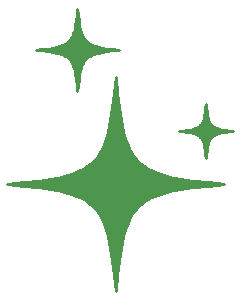
<source format=gbo>
%TF.GenerationSoftware,KiCad,Pcbnew,(5.1.9-0-10_14)*%
%TF.CreationDate,2021-01-25T23:13:15-08:00*%
%TF.ProjectId,flight-computer-2,666c6967-6874-42d6-936f-6d7075746572,rev?*%
%TF.SameCoordinates,PX57bcf00PY58b1140*%
%TF.FileFunction,Legend,Bot*%
%TF.FilePolarity,Positive*%
%FSLAX46Y46*%
G04 Gerber Fmt 4.6, Leading zero omitted, Abs format (unit mm)*
G04 Created by KiCad (PCBNEW (5.1.9-0-10_14)) date 2021-01-25 23:13:15*
%MOMM*%
%LPD*%
G01*
G04 APERTURE LIST*
%ADD10C,0.264583*%
G04 APERTURE END LIST*
D10*
G36*
X21750000Y30700000D02*
G01*
X21697987Y31224971D01*
X21643072Y31689679D01*
X21581119Y32098226D01*
X21507993Y32454709D01*
X21465948Y32614708D01*
X21419558Y32763229D01*
X21368307Y32900785D01*
X21311678Y33027886D01*
X21249153Y33145048D01*
X21180217Y33252780D01*
X21104351Y33351597D01*
X21021040Y33442010D01*
X20929765Y33524532D01*
X20830010Y33599676D01*
X20721258Y33667954D01*
X20602992Y33729878D01*
X20474696Y33785961D01*
X20335851Y33836715D01*
X20185941Y33882653D01*
X20024449Y33924288D01*
X19664653Y33996695D01*
X19252325Y34058038D01*
X18783329Y34112415D01*
X18253531Y34163926D01*
X18783329Y34214752D01*
X19252325Y34268650D01*
X19664653Y34329702D01*
X20024449Y34401989D01*
X20185941Y34443622D01*
X20335851Y34489595D01*
X20474696Y34540418D01*
X20602992Y34596602D01*
X20721258Y34658656D01*
X20830010Y34727092D01*
X20929765Y34802418D01*
X21021040Y34885147D01*
X21104351Y34975787D01*
X21180217Y35074850D01*
X21249153Y35182845D01*
X21311678Y35300283D01*
X21368307Y35427673D01*
X21419558Y35565528D01*
X21465948Y35714356D01*
X21507993Y35874668D01*
X21581119Y36231784D01*
X21643072Y36640961D01*
X21697987Y37106278D01*
X21750000Y37631820D01*
X21801176Y37106235D01*
X21855364Y36640886D01*
X21916697Y36231687D01*
X21989312Y35874557D01*
X22031141Y35714242D01*
X22077340Y35565412D01*
X22128427Y35427557D01*
X22184918Y35300168D01*
X22247329Y35182732D01*
X22316178Y35074741D01*
X22391981Y34975683D01*
X22475256Y34885049D01*
X22566518Y34802327D01*
X22666285Y34727007D01*
X22775074Y34658579D01*
X22893400Y34596533D01*
X23021782Y34540357D01*
X23160736Y34489542D01*
X23310778Y34443578D01*
X23472425Y34401952D01*
X23832603Y34329679D01*
X24245404Y34268639D01*
X24714962Y34214750D01*
X25245411Y34163926D01*
X24714962Y34112415D01*
X24245404Y34058038D01*
X23832603Y33996695D01*
X23472425Y33924288D01*
X23310778Y33882653D01*
X23160736Y33836715D01*
X23021782Y33785961D01*
X22893400Y33729878D01*
X22775074Y33667954D01*
X22666285Y33599676D01*
X22566518Y33524532D01*
X22475256Y33442010D01*
X22391981Y33351597D01*
X22316178Y33252780D01*
X22247329Y33145048D01*
X22184918Y33027886D01*
X22128427Y32900785D01*
X22077340Y32763229D01*
X22031141Y32614708D01*
X21989312Y32454709D01*
X21916697Y32098226D01*
X21855364Y31689679D01*
X21801176Y31224971D01*
X21750000Y30700000D01*
G37*
X21750000Y30700000D02*
X21697987Y31224971D01*
X21643072Y31689679D01*
X21581119Y32098226D01*
X21507993Y32454709D01*
X21465948Y32614708D01*
X21419558Y32763229D01*
X21368307Y32900785D01*
X21311678Y33027886D01*
X21249153Y33145048D01*
X21180217Y33252780D01*
X21104351Y33351597D01*
X21021040Y33442010D01*
X20929765Y33524532D01*
X20830010Y33599676D01*
X20721258Y33667954D01*
X20602992Y33729878D01*
X20474696Y33785961D01*
X20335851Y33836715D01*
X20185941Y33882653D01*
X20024449Y33924288D01*
X19664653Y33996695D01*
X19252325Y34058038D01*
X18783329Y34112415D01*
X18253531Y34163926D01*
X18783329Y34214752D01*
X19252325Y34268650D01*
X19664653Y34329702D01*
X20024449Y34401989D01*
X20185941Y34443622D01*
X20335851Y34489595D01*
X20474696Y34540418D01*
X20602992Y34596602D01*
X20721258Y34658656D01*
X20830010Y34727092D01*
X20929765Y34802418D01*
X21021040Y34885147D01*
X21104351Y34975787D01*
X21180217Y35074850D01*
X21249153Y35182845D01*
X21311678Y35300283D01*
X21368307Y35427673D01*
X21419558Y35565528D01*
X21465948Y35714356D01*
X21507993Y35874668D01*
X21581119Y36231784D01*
X21643072Y36640961D01*
X21697987Y37106278D01*
X21750000Y37631820D01*
X21801176Y37106235D01*
X21855364Y36640886D01*
X21916697Y36231687D01*
X21989312Y35874557D01*
X22031141Y35714242D01*
X22077340Y35565412D01*
X22128427Y35427557D01*
X22184918Y35300168D01*
X22247329Y35182732D01*
X22316178Y35074741D01*
X22391981Y34975683D01*
X22475256Y34885049D01*
X22566518Y34802327D01*
X22666285Y34727007D01*
X22775074Y34658579D01*
X22893400Y34596533D01*
X23021782Y34540357D01*
X23160736Y34489542D01*
X23310778Y34443578D01*
X23472425Y34401952D01*
X23832603Y34329679D01*
X24245404Y34268639D01*
X24714962Y34214750D01*
X25245411Y34163926D01*
X24714962Y34112415D01*
X24245404Y34058038D01*
X23832603Y33996695D01*
X23472425Y33924288D01*
X23310778Y33882653D01*
X23160736Y33836715D01*
X23021782Y33785961D01*
X22893400Y33729878D01*
X22775074Y33667954D01*
X22666285Y33599676D01*
X22566518Y33524532D01*
X22475256Y33442010D01*
X22391981Y33351597D01*
X22316178Y33252780D01*
X22247329Y33145048D01*
X22184918Y33027886D01*
X22128427Y32900785D01*
X22077340Y32763229D01*
X22031141Y32614708D01*
X21989312Y32454709D01*
X21916697Y32098226D01*
X21855364Y31689679D01*
X21801176Y31224971D01*
X21750000Y30700000D01*
G36*
X32620142Y29541391D02*
G01*
X32654021Y29200277D01*
X32689782Y28898358D01*
X32730115Y28632959D01*
X32777709Y28401404D01*
X32805070Y28297482D01*
X32835253Y28201017D01*
X32868597Y28111676D01*
X32905436Y28029124D01*
X32946107Y27953026D01*
X32990946Y27883049D01*
X33040290Y27818857D01*
X33094474Y27760116D01*
X33153834Y27706491D01*
X33218707Y27657650D01*
X33289428Y27613256D01*
X33366334Y27572975D01*
X33449761Y27536474D01*
X33540045Y27503417D01*
X33637523Y27473470D01*
X33742529Y27446299D01*
X33976475Y27398947D01*
X34244571Y27358685D01*
X34549507Y27322837D01*
X34893971Y27288728D01*
X34549550Y27255463D01*
X34244647Y27220365D01*
X33976573Y27180762D01*
X33742641Y27133984D01*
X33637638Y27107069D01*
X33540163Y27077360D01*
X33449879Y27044521D01*
X33366451Y27008219D01*
X33289542Y26968120D01*
X33218817Y26923891D01*
X33153939Y26875197D01*
X33094573Y26821705D01*
X33040383Y26763080D01*
X32991032Y26698989D01*
X32946185Y26629099D01*
X32905506Y26553074D01*
X32868658Y26470582D01*
X32835307Y26381289D01*
X32805115Y26284860D01*
X32777747Y26180962D01*
X32730138Y25949423D01*
X32689793Y25684002D01*
X32654024Y25382026D01*
X32620142Y25040827D01*
X32586537Y25382026D01*
X32551003Y25684002D01*
X32510855Y25949423D01*
X32463409Y26180962D01*
X32436110Y26284860D01*
X32405979Y26381289D01*
X32372680Y26470582D01*
X32335879Y26553074D01*
X32295240Y26629099D01*
X32250426Y26698989D01*
X32201103Y26763080D01*
X32146934Y26821704D01*
X32087584Y26875197D01*
X32022717Y26923891D01*
X31951998Y26968120D01*
X31875091Y27008219D01*
X31791661Y27044521D01*
X31701371Y27077359D01*
X31603886Y27107069D01*
X31498871Y27133983D01*
X31264906Y27180761D01*
X30996791Y27220364D01*
X30691842Y27255463D01*
X30347372Y27288728D01*
X30691842Y27322837D01*
X30996791Y27358685D01*
X31264906Y27398947D01*
X31498871Y27446299D01*
X31603886Y27473470D01*
X31701371Y27503417D01*
X31791661Y27536474D01*
X31875091Y27572975D01*
X31951998Y27613256D01*
X32022717Y27657650D01*
X32087584Y27706492D01*
X32146934Y27760116D01*
X32201103Y27818857D01*
X32250426Y27883049D01*
X32295240Y27953027D01*
X32335879Y28029125D01*
X32372680Y28111677D01*
X32405979Y28201018D01*
X32436110Y28297482D01*
X32463409Y28401404D01*
X32510855Y28632959D01*
X32551003Y28898358D01*
X32586537Y29200277D01*
X32620142Y29541391D01*
G37*
X32620142Y29541391D02*
X32654021Y29200277D01*
X32689782Y28898358D01*
X32730115Y28632959D01*
X32777709Y28401404D01*
X32805070Y28297482D01*
X32835253Y28201017D01*
X32868597Y28111676D01*
X32905436Y28029124D01*
X32946107Y27953026D01*
X32990946Y27883049D01*
X33040290Y27818857D01*
X33094474Y27760116D01*
X33153834Y27706491D01*
X33218707Y27657650D01*
X33289428Y27613256D01*
X33366334Y27572975D01*
X33449761Y27536474D01*
X33540045Y27503417D01*
X33637523Y27473470D01*
X33742529Y27446299D01*
X33976475Y27398947D01*
X34244571Y27358685D01*
X34549507Y27322837D01*
X34893971Y27288728D01*
X34549550Y27255463D01*
X34244647Y27220365D01*
X33976573Y27180762D01*
X33742641Y27133984D01*
X33637638Y27107069D01*
X33540163Y27077360D01*
X33449879Y27044521D01*
X33366451Y27008219D01*
X33289542Y26968120D01*
X33218817Y26923891D01*
X33153939Y26875197D01*
X33094573Y26821705D01*
X33040383Y26763080D01*
X32991032Y26698989D01*
X32946185Y26629099D01*
X32905506Y26553074D01*
X32868658Y26470582D01*
X32835307Y26381289D01*
X32805115Y26284860D01*
X32777747Y26180962D01*
X32730138Y25949423D01*
X32689793Y25684002D01*
X32654024Y25382026D01*
X32620142Y25040827D01*
X32586537Y25382026D01*
X32551003Y25684002D01*
X32510855Y25949423D01*
X32463409Y26180962D01*
X32436110Y26284860D01*
X32405979Y26381289D01*
X32372680Y26470582D01*
X32335879Y26553074D01*
X32295240Y26629099D01*
X32250426Y26698989D01*
X32201103Y26763080D01*
X32146934Y26821704D01*
X32087584Y26875197D01*
X32022717Y26923891D01*
X31951998Y26968120D01*
X31875091Y27008219D01*
X31791661Y27044521D01*
X31701371Y27077359D01*
X31603886Y27107069D01*
X31498871Y27133983D01*
X31264906Y27180761D01*
X30996791Y27220364D01*
X30691842Y27255463D01*
X30347372Y27288728D01*
X30691842Y27322837D01*
X30996791Y27358685D01*
X31264906Y27398947D01*
X31498871Y27446299D01*
X31603886Y27473470D01*
X31701371Y27503417D01*
X31791661Y27536474D01*
X31875091Y27572975D01*
X31951998Y27613256D01*
X32022717Y27657650D01*
X32087584Y27706492D01*
X32146934Y27760116D01*
X32201103Y27818857D01*
X32250426Y27883049D01*
X32295240Y27953027D01*
X32335879Y28029125D01*
X32372680Y28111677D01*
X32405979Y28201018D01*
X32436110Y28297482D01*
X32463409Y28401404D01*
X32510855Y28632959D01*
X32551003Y28898358D01*
X32586537Y29200277D01*
X32620142Y29541391D01*
G36*
X34169012Y22808010D02*
G01*
X32777953Y22673174D01*
X31546611Y22530858D01*
X30464121Y22370285D01*
X29519618Y22180675D01*
X29095716Y22071613D01*
X28702237Y21951250D01*
X28337823Y21818239D01*
X28001114Y21671233D01*
X27690754Y21508884D01*
X27405384Y21329844D01*
X27143646Y21132767D01*
X26904182Y20916305D01*
X26685634Y20679111D01*
X26486643Y20419838D01*
X26305852Y20137138D01*
X26141903Y19829665D01*
X25993437Y19496069D01*
X25859096Y19135006D01*
X25737522Y18745126D01*
X25627357Y18325083D01*
X25435822Y17389119D01*
X25273626Y16316335D01*
X25129904Y15095952D01*
X24993792Y13717191D01*
X24857486Y15095954D01*
X24713579Y16316346D01*
X24551199Y17389142D01*
X24359478Y18325121D01*
X24249218Y18745171D01*
X24127546Y19135059D01*
X23993104Y19496131D01*
X23844532Y19829734D01*
X23680473Y20137216D01*
X23499567Y20419924D01*
X23300456Y20679204D01*
X23081781Y20916404D01*
X22842183Y21132872D01*
X22580304Y21329954D01*
X22294784Y21508997D01*
X21984266Y21671349D01*
X21647389Y21818357D01*
X21282797Y21951367D01*
X20889129Y22071728D01*
X20465027Y22180786D01*
X19520087Y22370383D01*
X18437107Y22530934D01*
X17205216Y22673217D01*
X15813545Y22808010D01*
X17205216Y22942283D01*
X18437106Y23084273D01*
X19520087Y23244726D01*
X20465027Y23434386D01*
X20889128Y23543526D01*
X21282796Y23663997D01*
X21647389Y23797141D01*
X21984265Y23944303D01*
X22294784Y24106824D01*
X22580303Y24286049D01*
X22842182Y24483319D01*
X23081780Y24699979D01*
X23300455Y24937370D01*
X23499567Y25196837D01*
X23680472Y25479722D01*
X23844532Y25787368D01*
X23993103Y26121118D01*
X24127545Y26482315D01*
X24249218Y26872303D01*
X24359478Y27292424D01*
X24551199Y28228439D01*
X24713578Y29301103D01*
X24857486Y30521161D01*
X24993792Y31899358D01*
X25129904Y30521161D01*
X25273626Y29301103D01*
X25435822Y28228439D01*
X25627357Y27292424D01*
X25737522Y26872303D01*
X25859096Y26482315D01*
X25993437Y26121118D01*
X26141903Y25787368D01*
X26305852Y25479722D01*
X26486643Y25196837D01*
X26685634Y24937370D01*
X26904182Y24699979D01*
X27143646Y24483319D01*
X27405384Y24286049D01*
X27690754Y24106824D01*
X28001114Y23944303D01*
X28337823Y23797141D01*
X28702237Y23663997D01*
X29095716Y23543526D01*
X29519618Y23434386D01*
X30464121Y23244726D01*
X31546611Y23084273D01*
X32777953Y22942283D01*
X34169012Y22808010D01*
G37*
X34169012Y22808010D02*
X32777953Y22673174D01*
X31546611Y22530858D01*
X30464121Y22370285D01*
X29519618Y22180675D01*
X29095716Y22071613D01*
X28702237Y21951250D01*
X28337823Y21818239D01*
X28001114Y21671233D01*
X27690754Y21508884D01*
X27405384Y21329844D01*
X27143646Y21132767D01*
X26904182Y20916305D01*
X26685634Y20679111D01*
X26486643Y20419838D01*
X26305852Y20137138D01*
X26141903Y19829665D01*
X25993437Y19496069D01*
X25859096Y19135006D01*
X25737522Y18745126D01*
X25627357Y18325083D01*
X25435822Y17389119D01*
X25273626Y16316335D01*
X25129904Y15095952D01*
X24993792Y13717191D01*
X24857486Y15095954D01*
X24713579Y16316346D01*
X24551199Y17389142D01*
X24359478Y18325121D01*
X24249218Y18745171D01*
X24127546Y19135059D01*
X23993104Y19496131D01*
X23844532Y19829734D01*
X23680473Y20137216D01*
X23499567Y20419924D01*
X23300456Y20679204D01*
X23081781Y20916404D01*
X22842183Y21132872D01*
X22580304Y21329954D01*
X22294784Y21508997D01*
X21984266Y21671349D01*
X21647389Y21818357D01*
X21282797Y21951367D01*
X20889129Y22071728D01*
X20465027Y22180786D01*
X19520087Y22370383D01*
X18437107Y22530934D01*
X17205216Y22673217D01*
X15813545Y22808010D01*
X17205216Y22942283D01*
X18437106Y23084273D01*
X19520087Y23244726D01*
X20465027Y23434386D01*
X20889128Y23543526D01*
X21282796Y23663997D01*
X21647389Y23797141D01*
X21984265Y23944303D01*
X22294784Y24106824D01*
X22580303Y24286049D01*
X22842182Y24483319D01*
X23081780Y24699979D01*
X23300455Y24937370D01*
X23499567Y25196837D01*
X23680472Y25479722D01*
X23844532Y25787368D01*
X23993103Y26121118D01*
X24127545Y26482315D01*
X24249218Y26872303D01*
X24359478Y27292424D01*
X24551199Y28228439D01*
X24713578Y29301103D01*
X24857486Y30521161D01*
X24993792Y31899358D01*
X25129904Y30521161D01*
X25273626Y29301103D01*
X25435822Y28228439D01*
X25627357Y27292424D01*
X25737522Y26872303D01*
X25859096Y26482315D01*
X25993437Y26121118D01*
X26141903Y25787368D01*
X26305852Y25479722D01*
X26486643Y25196837D01*
X26685634Y24937370D01*
X26904182Y24699979D01*
X27143646Y24483319D01*
X27405384Y24286049D01*
X27690754Y24106824D01*
X28001114Y23944303D01*
X28337823Y23797141D01*
X28702237Y23663997D01*
X29095716Y23543526D01*
X29519618Y23434386D01*
X30464121Y23244726D01*
X31546611Y23084273D01*
X32777953Y22942283D01*
X34169012Y22808010D01*
M02*

</source>
